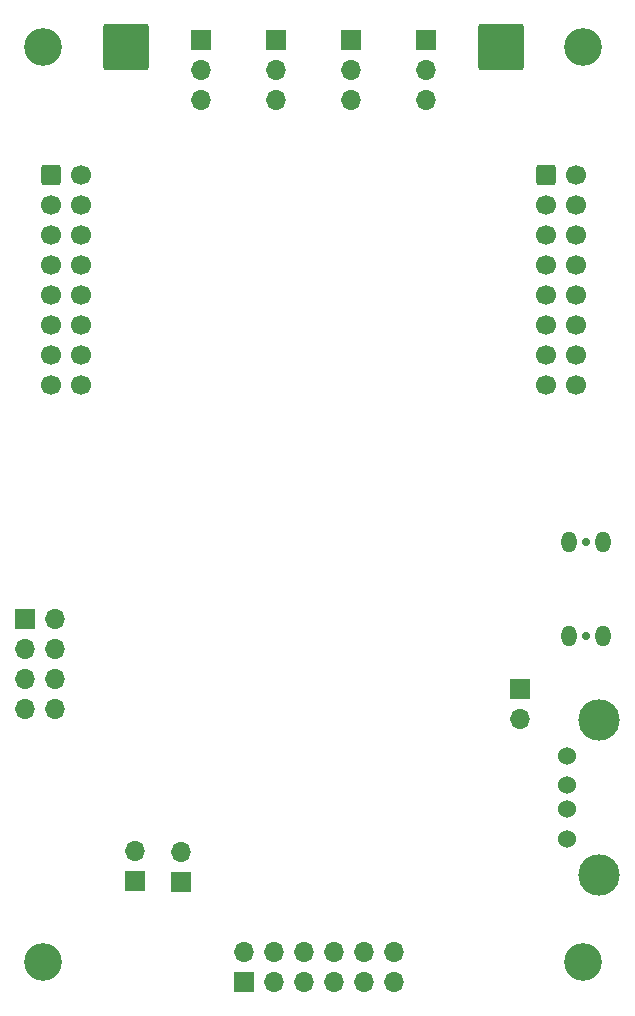
<source format=gbr>
%TF.GenerationSoftware,KiCad,Pcbnew,7.0.10*%
%TF.CreationDate,2024-02-21T15:12:55-06:00*%
%TF.ProjectId,HUB75-FPGA-Card,48554237-352d-4465-9047-412d43617264,rev?*%
%TF.SameCoordinates,Original*%
%TF.FileFunction,Soldermask,Bot*%
%TF.FilePolarity,Negative*%
%FSLAX46Y46*%
G04 Gerber Fmt 4.6, Leading zero omitted, Abs format (unit mm)*
G04 Created by KiCad (PCBNEW 7.0.10) date 2024-02-21 15:12:55*
%MOMM*%
%LPD*%
G01*
G04 APERTURE LIST*
G04 Aperture macros list*
%AMRoundRect*
0 Rectangle with rounded corners*
0 $1 Rounding radius*
0 $2 $3 $4 $5 $6 $7 $8 $9 X,Y pos of 4 corners*
0 Add a 4 corners polygon primitive as box body*
4,1,4,$2,$3,$4,$5,$6,$7,$8,$9,$2,$3,0*
0 Add four circle primitives for the rounded corners*
1,1,$1+$1,$2,$3*
1,1,$1+$1,$4,$5*
1,1,$1+$1,$6,$7*
1,1,$1+$1,$8,$9*
0 Add four rect primitives between the rounded corners*
20,1,$1+$1,$2,$3,$4,$5,0*
20,1,$1+$1,$4,$5,$6,$7,0*
20,1,$1+$1,$6,$7,$8,$9,0*
20,1,$1+$1,$8,$9,$2,$3,0*%
G04 Aperture macros list end*
%ADD10C,3.200000*%
%ADD11RoundRect,0.250000X-0.600000X-0.600000X0.600000X-0.600000X0.600000X0.600000X-0.600000X0.600000X0*%
%ADD12C,1.700000*%
%ADD13R,1.700000X1.700000*%
%ADD14O,1.700000X1.700000*%
%ADD15RoundRect,0.250002X-1.699998X-1.699998X1.699998X-1.699998X1.699998X1.699998X-1.699998X1.699998X0*%
%ADD16C,0.710000*%
%ADD17O,1.304000X1.804000*%
%ADD18C,1.524000*%
%ADD19C,3.500000*%
G04 APERTURE END LIST*
D10*
%TO.C,H2*%
X137160000Y-51435000D03*
%TD*%
%TO.C,H3*%
X91440000Y-128905000D03*
%TD*%
D11*
%TO.C,J3*%
X133985000Y-62230000D03*
D12*
X136525000Y-62230000D03*
X133985000Y-64770000D03*
X136525000Y-64770000D03*
X133985000Y-67310000D03*
X136525000Y-67310000D03*
X133985000Y-69850000D03*
X136525000Y-69850000D03*
X133985000Y-72390000D03*
X136525000Y-72390000D03*
X133985000Y-74930000D03*
X136525000Y-74930000D03*
X133985000Y-77470000D03*
X136525000Y-77470000D03*
X133985000Y-80010000D03*
X136525000Y-80010000D03*
%TD*%
D13*
%TO.C,J6*%
X104775000Y-50800000D03*
D14*
X104775000Y-53340000D03*
X104775000Y-55880000D03*
%TD*%
D13*
%TO.C,J9*%
X123825000Y-50800000D03*
D14*
X123825000Y-53340000D03*
X123825000Y-55880000D03*
%TD*%
D15*
%TO.C,J4*%
X98425000Y-51435000D03*
%TD*%
D13*
%TO.C,J13*%
X99187000Y-122052000D03*
D14*
X99187000Y-119512000D03*
%TD*%
D15*
%TO.C,J5*%
X130175000Y-51435000D03*
%TD*%
D13*
%TO.C,J8*%
X117475000Y-50815000D03*
D14*
X117475000Y-53355000D03*
X117475000Y-55895000D03*
%TD*%
D13*
%TO.C,J7*%
X111125000Y-50815000D03*
D14*
X111125000Y-53355000D03*
X111125000Y-55895000D03*
%TD*%
D16*
%TO.C,J10*%
X137418500Y-101282000D03*
X137418500Y-93282000D03*
D17*
X135988500Y-101282000D03*
X138848500Y-101282000D03*
X135988500Y-93282000D03*
X138848500Y-93282000D03*
%TD*%
D13*
%TO.C,J12*%
X108458000Y-130556000D03*
D14*
X108458000Y-128016000D03*
X110998000Y-130556000D03*
X110998000Y-128016000D03*
X113538000Y-130556000D03*
X113538000Y-128016000D03*
X116078000Y-130556000D03*
X116078000Y-128016000D03*
X118618000Y-130556000D03*
X118618000Y-128016000D03*
X121158000Y-130556000D03*
X121158000Y-128016000D03*
%TD*%
D13*
%TO.C,JP1*%
X131826000Y-105786000D03*
D14*
X131826000Y-108326000D03*
%TD*%
D10*
%TO.C,H1*%
X91440000Y-51435000D03*
%TD*%
D18*
%TO.C,J11*%
X135805000Y-118435000D03*
X135805000Y-115935000D03*
X135805000Y-113935000D03*
X135805000Y-111435000D03*
D19*
X138515000Y-121505000D03*
X138515000Y-108365000D03*
%TD*%
D13*
%TO.C,J1*%
X89911000Y-99832000D03*
D14*
X92451000Y-99832000D03*
X89911000Y-102372000D03*
X92451000Y-102372000D03*
X89911000Y-104912000D03*
X92451000Y-104912000D03*
X89911000Y-107452000D03*
X92451000Y-107452000D03*
%TD*%
D10*
%TO.C,H4*%
X137160000Y-128905000D03*
%TD*%
D11*
%TO.C,J2*%
X92075000Y-62230000D03*
D12*
X94615000Y-62230000D03*
X92075000Y-64770000D03*
X94615000Y-64770000D03*
X92075000Y-67310000D03*
X94615000Y-67310000D03*
X92075000Y-69850000D03*
X94615000Y-69850000D03*
X92075000Y-72390000D03*
X94615000Y-72390000D03*
X92075000Y-74930000D03*
X94615000Y-74930000D03*
X92075000Y-77470000D03*
X94615000Y-77470000D03*
X92075000Y-80010000D03*
X94615000Y-80010000D03*
%TD*%
D13*
%TO.C,J14*%
X103124000Y-122095500D03*
D14*
X103124000Y-119555500D03*
%TD*%
M02*

</source>
